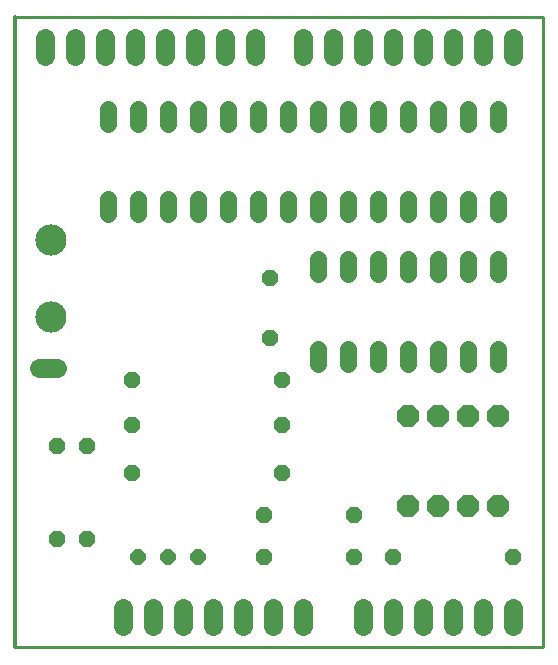
<source format=gts>
G75*
%MOIN*%
%OFA0B0*%
%FSLAX25Y25*%
%IPPOS*%
%LPD*%
%AMOC8*
5,1,8,0,0,1.08239X$1,22.5*
%
%ADD10C,0.01000*%
%ADD11C,0.01200*%
%ADD12C,0.06400*%
%ADD13C,0.05600*%
%ADD14OC8,0.05600*%
%ADD15C,0.10400*%
%ADD16OC8,0.05156*%
%ADD17OC8,0.07200*%
D10*
X0078676Y0063307D02*
X0254676Y0063307D01*
X0254676Y0273307D01*
X0078676Y0273307D01*
D11*
X0078676Y0063307D01*
D12*
X0114699Y0070307D02*
X0114699Y0076307D01*
X0124699Y0076307D02*
X0124699Y0070307D01*
X0134699Y0070307D02*
X0134699Y0076307D01*
X0144699Y0076307D02*
X0144699Y0070307D01*
X0154699Y0070307D02*
X0154699Y0076307D01*
X0164699Y0076307D02*
X0164699Y0070307D01*
X0174699Y0070307D02*
X0174699Y0076307D01*
X0194676Y0076307D02*
X0194676Y0070307D01*
X0204676Y0070307D02*
X0204676Y0076307D01*
X0214676Y0076307D02*
X0214676Y0070307D01*
X0224676Y0070307D02*
X0224676Y0076307D01*
X0234676Y0076307D02*
X0234676Y0070307D01*
X0244676Y0070307D02*
X0244676Y0076307D01*
X0092676Y0156307D02*
X0086676Y0156307D01*
X0088676Y0260307D02*
X0088676Y0266307D01*
X0098676Y0266307D02*
X0098676Y0260307D01*
X0108676Y0260307D02*
X0108676Y0266307D01*
X0118676Y0266307D02*
X0118676Y0260307D01*
X0128676Y0260307D02*
X0128676Y0266307D01*
X0138676Y0266307D02*
X0138676Y0260307D01*
X0148676Y0260307D02*
X0148676Y0266307D01*
X0158676Y0266307D02*
X0158676Y0260307D01*
X0174676Y0260307D02*
X0174676Y0266307D01*
X0184676Y0266307D02*
X0184676Y0260307D01*
X0194676Y0260307D02*
X0194676Y0266307D01*
X0204676Y0266307D02*
X0204676Y0260307D01*
X0214676Y0260307D02*
X0214676Y0266307D01*
X0224676Y0266307D02*
X0224676Y0260307D01*
X0234676Y0260307D02*
X0234676Y0266307D01*
X0244676Y0266307D02*
X0244676Y0260307D01*
D13*
X0239676Y0242907D02*
X0239676Y0237707D01*
X0229676Y0237707D02*
X0229676Y0242907D01*
X0219676Y0242907D02*
X0219676Y0237707D01*
X0209676Y0237707D02*
X0209676Y0242907D01*
X0199676Y0242907D02*
X0199676Y0237707D01*
X0189676Y0237707D02*
X0189676Y0242907D01*
X0179676Y0242907D02*
X0179676Y0237707D01*
X0169676Y0237707D02*
X0169676Y0242907D01*
X0159676Y0242907D02*
X0159676Y0237707D01*
X0149676Y0237707D02*
X0149676Y0242907D01*
X0139676Y0242907D02*
X0139676Y0237707D01*
X0129676Y0237707D02*
X0129676Y0242907D01*
X0119676Y0242907D02*
X0119676Y0237707D01*
X0109676Y0237707D02*
X0109676Y0242907D01*
X0109676Y0212907D02*
X0109676Y0207707D01*
X0119676Y0207707D02*
X0119676Y0212907D01*
X0129676Y0212907D02*
X0129676Y0207707D01*
X0139676Y0207707D02*
X0139676Y0212907D01*
X0149676Y0212907D02*
X0149676Y0207707D01*
X0159676Y0207707D02*
X0159676Y0212907D01*
X0169676Y0212907D02*
X0169676Y0207707D01*
X0179676Y0207707D02*
X0179676Y0212907D01*
X0189676Y0212907D02*
X0189676Y0207707D01*
X0199676Y0207707D02*
X0199676Y0212907D01*
X0209676Y0212907D02*
X0209676Y0207707D01*
X0219676Y0207707D02*
X0219676Y0212907D01*
X0229676Y0212907D02*
X0229676Y0207707D01*
X0239676Y0207707D02*
X0239676Y0212907D01*
X0239676Y0192907D02*
X0239676Y0187707D01*
X0229676Y0187707D02*
X0229676Y0192907D01*
X0219676Y0192907D02*
X0219676Y0187707D01*
X0209676Y0187707D02*
X0209676Y0192907D01*
X0199676Y0192907D02*
X0199676Y0187707D01*
X0189676Y0187707D02*
X0189676Y0192907D01*
X0179676Y0192907D02*
X0179676Y0187707D01*
X0179676Y0162907D02*
X0179676Y0157707D01*
X0189676Y0157707D02*
X0189676Y0162907D01*
X0199676Y0162907D02*
X0199676Y0157707D01*
X0209676Y0157707D02*
X0209676Y0162907D01*
X0219676Y0162907D02*
X0219676Y0157707D01*
X0229676Y0157707D02*
X0229676Y0162907D01*
X0239676Y0162907D02*
X0239676Y0157707D01*
D14*
X0191676Y0107307D03*
X0191676Y0093307D03*
X0204676Y0093307D03*
X0167676Y0121307D03*
X0161676Y0107307D03*
X0161676Y0093307D03*
X0117676Y0121307D03*
X0117676Y0137307D03*
X0117676Y0152307D03*
X0102676Y0130307D03*
X0092676Y0130307D03*
X0092676Y0099307D03*
X0102676Y0099307D03*
X0167676Y0137307D03*
X0167676Y0152307D03*
X0163676Y0166307D03*
X0163676Y0186307D03*
X0244676Y0093307D03*
D15*
X0090676Y0173512D03*
X0090676Y0199102D03*
D16*
X0119676Y0093307D03*
X0129676Y0093307D03*
X0139676Y0093307D03*
D17*
X0209676Y0110307D03*
X0219676Y0110307D03*
X0229676Y0110307D03*
X0239676Y0110307D03*
X0239676Y0140307D03*
X0229676Y0140307D03*
X0219676Y0140307D03*
X0209676Y0140307D03*
M02*

</source>
